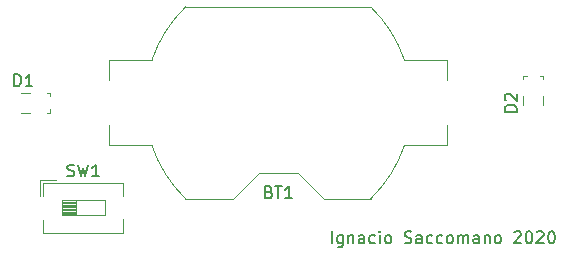
<source format=gbr>
%TF.GenerationSoftware,KiCad,Pcbnew,(5.1.7)-1*%
%TF.CreationDate,2020-12-06T23:47:07-03:00*%
%TF.ProjectId,Emisor,456d6973-6f72-42e6-9b69-6361645f7063,rev?*%
%TF.SameCoordinates,Original*%
%TF.FileFunction,Legend,Top*%
%TF.FilePolarity,Positive*%
%FSLAX46Y46*%
G04 Gerber Fmt 4.6, Leading zero omitted, Abs format (unit mm)*
G04 Created by KiCad (PCBNEW (5.1.7)-1) date 2020-12-06 23:47:07*
%MOMM*%
%LPD*%
G01*
G04 APERTURE LIST*
%ADD10C,0.150000*%
%ADD11C,0.120000*%
G04 APERTURE END LIST*
D10*
X101085238Y-83002380D02*
X101085238Y-82002380D01*
X101990000Y-82335714D02*
X101990000Y-83145238D01*
X101942380Y-83240476D01*
X101894761Y-83288095D01*
X101799523Y-83335714D01*
X101656666Y-83335714D01*
X101561428Y-83288095D01*
X101990000Y-82954761D02*
X101894761Y-83002380D01*
X101704285Y-83002380D01*
X101609047Y-82954761D01*
X101561428Y-82907142D01*
X101513809Y-82811904D01*
X101513809Y-82526190D01*
X101561428Y-82430952D01*
X101609047Y-82383333D01*
X101704285Y-82335714D01*
X101894761Y-82335714D01*
X101990000Y-82383333D01*
X102466190Y-82335714D02*
X102466190Y-83002380D01*
X102466190Y-82430952D02*
X102513809Y-82383333D01*
X102609047Y-82335714D01*
X102751904Y-82335714D01*
X102847142Y-82383333D01*
X102894761Y-82478571D01*
X102894761Y-83002380D01*
X103799523Y-83002380D02*
X103799523Y-82478571D01*
X103751904Y-82383333D01*
X103656666Y-82335714D01*
X103466190Y-82335714D01*
X103370952Y-82383333D01*
X103799523Y-82954761D02*
X103704285Y-83002380D01*
X103466190Y-83002380D01*
X103370952Y-82954761D01*
X103323333Y-82859523D01*
X103323333Y-82764285D01*
X103370952Y-82669047D01*
X103466190Y-82621428D01*
X103704285Y-82621428D01*
X103799523Y-82573809D01*
X104704285Y-82954761D02*
X104609047Y-83002380D01*
X104418571Y-83002380D01*
X104323333Y-82954761D01*
X104275714Y-82907142D01*
X104228095Y-82811904D01*
X104228095Y-82526190D01*
X104275714Y-82430952D01*
X104323333Y-82383333D01*
X104418571Y-82335714D01*
X104609047Y-82335714D01*
X104704285Y-82383333D01*
X105132857Y-83002380D02*
X105132857Y-82335714D01*
X105132857Y-82002380D02*
X105085238Y-82050000D01*
X105132857Y-82097619D01*
X105180476Y-82050000D01*
X105132857Y-82002380D01*
X105132857Y-82097619D01*
X105751904Y-83002380D02*
X105656666Y-82954761D01*
X105609047Y-82907142D01*
X105561428Y-82811904D01*
X105561428Y-82526190D01*
X105609047Y-82430952D01*
X105656666Y-82383333D01*
X105751904Y-82335714D01*
X105894761Y-82335714D01*
X105990000Y-82383333D01*
X106037619Y-82430952D01*
X106085238Y-82526190D01*
X106085238Y-82811904D01*
X106037619Y-82907142D01*
X105990000Y-82954761D01*
X105894761Y-83002380D01*
X105751904Y-83002380D01*
X107228095Y-82954761D02*
X107370952Y-83002380D01*
X107609047Y-83002380D01*
X107704285Y-82954761D01*
X107751904Y-82907142D01*
X107799523Y-82811904D01*
X107799523Y-82716666D01*
X107751904Y-82621428D01*
X107704285Y-82573809D01*
X107609047Y-82526190D01*
X107418571Y-82478571D01*
X107323333Y-82430952D01*
X107275714Y-82383333D01*
X107228095Y-82288095D01*
X107228095Y-82192857D01*
X107275714Y-82097619D01*
X107323333Y-82050000D01*
X107418571Y-82002380D01*
X107656666Y-82002380D01*
X107799523Y-82050000D01*
X108656666Y-83002380D02*
X108656666Y-82478571D01*
X108609047Y-82383333D01*
X108513809Y-82335714D01*
X108323333Y-82335714D01*
X108228095Y-82383333D01*
X108656666Y-82954761D02*
X108561428Y-83002380D01*
X108323333Y-83002380D01*
X108228095Y-82954761D01*
X108180476Y-82859523D01*
X108180476Y-82764285D01*
X108228095Y-82669047D01*
X108323333Y-82621428D01*
X108561428Y-82621428D01*
X108656666Y-82573809D01*
X109561428Y-82954761D02*
X109466190Y-83002380D01*
X109275714Y-83002380D01*
X109180476Y-82954761D01*
X109132857Y-82907142D01*
X109085238Y-82811904D01*
X109085238Y-82526190D01*
X109132857Y-82430952D01*
X109180476Y-82383333D01*
X109275714Y-82335714D01*
X109466190Y-82335714D01*
X109561428Y-82383333D01*
X110418571Y-82954761D02*
X110323333Y-83002380D01*
X110132857Y-83002380D01*
X110037619Y-82954761D01*
X109990000Y-82907142D01*
X109942380Y-82811904D01*
X109942380Y-82526190D01*
X109990000Y-82430952D01*
X110037619Y-82383333D01*
X110132857Y-82335714D01*
X110323333Y-82335714D01*
X110418571Y-82383333D01*
X110990000Y-83002380D02*
X110894761Y-82954761D01*
X110847142Y-82907142D01*
X110799523Y-82811904D01*
X110799523Y-82526190D01*
X110847142Y-82430952D01*
X110894761Y-82383333D01*
X110990000Y-82335714D01*
X111132857Y-82335714D01*
X111228095Y-82383333D01*
X111275714Y-82430952D01*
X111323333Y-82526190D01*
X111323333Y-82811904D01*
X111275714Y-82907142D01*
X111228095Y-82954761D01*
X111132857Y-83002380D01*
X110990000Y-83002380D01*
X111751904Y-83002380D02*
X111751904Y-82335714D01*
X111751904Y-82430952D02*
X111799523Y-82383333D01*
X111894761Y-82335714D01*
X112037619Y-82335714D01*
X112132857Y-82383333D01*
X112180476Y-82478571D01*
X112180476Y-83002380D01*
X112180476Y-82478571D02*
X112228095Y-82383333D01*
X112323333Y-82335714D01*
X112466190Y-82335714D01*
X112561428Y-82383333D01*
X112609047Y-82478571D01*
X112609047Y-83002380D01*
X113513809Y-83002380D02*
X113513809Y-82478571D01*
X113466190Y-82383333D01*
X113370952Y-82335714D01*
X113180476Y-82335714D01*
X113085238Y-82383333D01*
X113513809Y-82954761D02*
X113418571Y-83002380D01*
X113180476Y-83002380D01*
X113085238Y-82954761D01*
X113037619Y-82859523D01*
X113037619Y-82764285D01*
X113085238Y-82669047D01*
X113180476Y-82621428D01*
X113418571Y-82621428D01*
X113513809Y-82573809D01*
X113990000Y-82335714D02*
X113990000Y-83002380D01*
X113990000Y-82430952D02*
X114037619Y-82383333D01*
X114132857Y-82335714D01*
X114275714Y-82335714D01*
X114370952Y-82383333D01*
X114418571Y-82478571D01*
X114418571Y-83002380D01*
X115037619Y-83002380D02*
X114942380Y-82954761D01*
X114894761Y-82907142D01*
X114847142Y-82811904D01*
X114847142Y-82526190D01*
X114894761Y-82430952D01*
X114942380Y-82383333D01*
X115037619Y-82335714D01*
X115180476Y-82335714D01*
X115275714Y-82383333D01*
X115323333Y-82430952D01*
X115370952Y-82526190D01*
X115370952Y-82811904D01*
X115323333Y-82907142D01*
X115275714Y-82954761D01*
X115180476Y-83002380D01*
X115037619Y-83002380D01*
X116513809Y-82097619D02*
X116561428Y-82050000D01*
X116656666Y-82002380D01*
X116894761Y-82002380D01*
X116990000Y-82050000D01*
X117037619Y-82097619D01*
X117085238Y-82192857D01*
X117085238Y-82288095D01*
X117037619Y-82430952D01*
X116466190Y-83002380D01*
X117085238Y-83002380D01*
X117704285Y-82002380D02*
X117799523Y-82002380D01*
X117894761Y-82050000D01*
X117942380Y-82097619D01*
X117990000Y-82192857D01*
X118037619Y-82383333D01*
X118037619Y-82621428D01*
X117990000Y-82811904D01*
X117942380Y-82907142D01*
X117894761Y-82954761D01*
X117799523Y-83002380D01*
X117704285Y-83002380D01*
X117609047Y-82954761D01*
X117561428Y-82907142D01*
X117513809Y-82811904D01*
X117466190Y-82621428D01*
X117466190Y-82383333D01*
X117513809Y-82192857D01*
X117561428Y-82097619D01*
X117609047Y-82050000D01*
X117704285Y-82002380D01*
X118418571Y-82097619D02*
X118466190Y-82050000D01*
X118561428Y-82002380D01*
X118799523Y-82002380D01*
X118894761Y-82050000D01*
X118942380Y-82097619D01*
X118990000Y-82192857D01*
X118990000Y-82288095D01*
X118942380Y-82430952D01*
X118370952Y-83002380D01*
X118990000Y-83002380D01*
X119609047Y-82002380D02*
X119704285Y-82002380D01*
X119799523Y-82050000D01*
X119847142Y-82097619D01*
X119894761Y-82192857D01*
X119942380Y-82383333D01*
X119942380Y-82621428D01*
X119894761Y-82811904D01*
X119847142Y-82907142D01*
X119799523Y-82954761D01*
X119704285Y-83002380D01*
X119609047Y-83002380D01*
X119513809Y-82954761D01*
X119466190Y-82907142D01*
X119418571Y-82811904D01*
X119370952Y-82621428D01*
X119370952Y-82383333D01*
X119418571Y-82192857D01*
X119466190Y-82097619D01*
X119513809Y-82050000D01*
X119609047Y-82002380D01*
D11*
%TO.C,D2*%
X117249000Y-71310000D02*
X117249000Y-70579000D01*
X117249000Y-69120000D02*
X117249000Y-68810000D01*
X118971000Y-71310000D02*
X118971000Y-70579000D01*
X118971000Y-69120000D02*
X118971000Y-68810000D01*
X117249000Y-68810000D02*
X117555000Y-68810000D01*
X118665000Y-68810000D02*
X118971000Y-68810000D01*
%TO.C,BT1*%
X82210000Y-67510000D02*
X85828000Y-67510000D01*
X82210000Y-69220000D02*
X82210000Y-67510000D01*
X88672700Y-63010000D02*
X104367300Y-63010000D01*
X110830000Y-69220000D02*
X110830000Y-67510000D01*
X107212000Y-67510000D02*
X110830000Y-67510000D01*
X110830000Y-74730000D02*
X107212000Y-74730000D01*
X110830000Y-73020000D02*
X110830000Y-74730000D01*
X104367300Y-79230000D02*
X100380000Y-79230000D01*
X98180000Y-77030000D02*
X100380000Y-79230000D01*
X98180000Y-77030000D02*
X94860000Y-77030000D01*
X94860000Y-77030000D02*
X92660000Y-79230000D01*
X92660000Y-79230000D02*
X88672700Y-79230000D01*
X85828000Y-74730000D02*
X82210000Y-74730000D01*
X82210000Y-73020000D02*
X82210000Y-74730000D01*
X88674630Y-79231789D02*
G75*
G02*
X85828000Y-74730000I7845370J8111789D01*
G01*
X104365370Y-63008211D02*
G75*
G02*
X107212000Y-67510000I-7845370J-8111789D01*
G01*
X104365370Y-79231789D02*
G75*
G03*
X107212000Y-74730000I-7845370J8111789D01*
G01*
X88674630Y-63008211D02*
G75*
G03*
X85828000Y-67510000I7845370J-8111789D01*
G01*
%TO.C,D1*%
X74740000Y-70259000D02*
X75471000Y-70259000D01*
X76930000Y-70259000D02*
X77240000Y-70259000D01*
X74740000Y-71981000D02*
X75471000Y-71981000D01*
X76930000Y-71981000D02*
X77240000Y-71981000D01*
X77240000Y-70259000D02*
X77240000Y-70565000D01*
X77240000Y-71675000D02*
X77240000Y-71981000D01*
%TO.C,SW1*%
X76600000Y-77900000D02*
X83421000Y-77900000D01*
X76600000Y-82120000D02*
X83421000Y-82120000D01*
X76600000Y-77900000D02*
X76600000Y-78970000D01*
X76600000Y-81050000D02*
X76600000Y-82120000D01*
X83421000Y-77900000D02*
X83421000Y-79020000D01*
X83421000Y-81000000D02*
X83421000Y-82120000D01*
X76360000Y-77660000D02*
X77743000Y-77660000D01*
X76360000Y-77660000D02*
X76360000Y-78970000D01*
X78200000Y-79375000D02*
X78200000Y-80645000D01*
X78200000Y-80645000D02*
X81820000Y-80645000D01*
X81820000Y-80645000D02*
X81820000Y-79375000D01*
X81820000Y-79375000D02*
X78200000Y-79375000D01*
X78200000Y-79495000D02*
X79406667Y-79495000D01*
X78200000Y-79615000D02*
X79406667Y-79615000D01*
X78200000Y-79735000D02*
X79406667Y-79735000D01*
X78200000Y-79855000D02*
X79406667Y-79855000D01*
X78200000Y-79975000D02*
X79406667Y-79975000D01*
X78200000Y-80095000D02*
X79406667Y-80095000D01*
X78200000Y-80215000D02*
X79406667Y-80215000D01*
X78200000Y-80335000D02*
X79406667Y-80335000D01*
X78200000Y-80455000D02*
X79406667Y-80455000D01*
X78200000Y-80575000D02*
X79406667Y-80575000D01*
X79406667Y-79375000D02*
X79406667Y-80645000D01*
%TO.C,D2*%
D10*
X116702380Y-71858095D02*
X115702380Y-71858095D01*
X115702380Y-71620000D01*
X115750000Y-71477142D01*
X115845238Y-71381904D01*
X115940476Y-71334285D01*
X116130952Y-71286666D01*
X116273809Y-71286666D01*
X116464285Y-71334285D01*
X116559523Y-71381904D01*
X116654761Y-71477142D01*
X116702380Y-71620000D01*
X116702380Y-71858095D01*
X115797619Y-70905714D02*
X115750000Y-70858095D01*
X115702380Y-70762857D01*
X115702380Y-70524761D01*
X115750000Y-70429523D01*
X115797619Y-70381904D01*
X115892857Y-70334285D01*
X115988095Y-70334285D01*
X116130952Y-70381904D01*
X116702380Y-70953333D01*
X116702380Y-70334285D01*
%TO.C,BT1*%
X95734285Y-78668571D02*
X95877142Y-78716190D01*
X95924761Y-78763809D01*
X95972380Y-78859047D01*
X95972380Y-79001904D01*
X95924761Y-79097142D01*
X95877142Y-79144761D01*
X95781904Y-79192380D01*
X95400952Y-79192380D01*
X95400952Y-78192380D01*
X95734285Y-78192380D01*
X95829523Y-78240000D01*
X95877142Y-78287619D01*
X95924761Y-78382857D01*
X95924761Y-78478095D01*
X95877142Y-78573333D01*
X95829523Y-78620952D01*
X95734285Y-78668571D01*
X95400952Y-78668571D01*
X96258095Y-78192380D02*
X96829523Y-78192380D01*
X96543809Y-79192380D02*
X96543809Y-78192380D01*
X97686666Y-79192380D02*
X97115238Y-79192380D01*
X97400952Y-79192380D02*
X97400952Y-78192380D01*
X97305714Y-78335238D01*
X97210476Y-78430476D01*
X97115238Y-78478095D01*
%TO.C,D1*%
X74191904Y-69712380D02*
X74191904Y-68712380D01*
X74430000Y-68712380D01*
X74572857Y-68760000D01*
X74668095Y-68855238D01*
X74715714Y-68950476D01*
X74763333Y-69140952D01*
X74763333Y-69283809D01*
X74715714Y-69474285D01*
X74668095Y-69569523D01*
X74572857Y-69664761D01*
X74430000Y-69712380D01*
X74191904Y-69712380D01*
X75715714Y-69712380D02*
X75144285Y-69712380D01*
X75430000Y-69712380D02*
X75430000Y-68712380D01*
X75334761Y-68855238D01*
X75239523Y-68950476D01*
X75144285Y-68998095D01*
%TO.C,SW1*%
X78676666Y-77304761D02*
X78819523Y-77352380D01*
X79057619Y-77352380D01*
X79152857Y-77304761D01*
X79200476Y-77257142D01*
X79248095Y-77161904D01*
X79248095Y-77066666D01*
X79200476Y-76971428D01*
X79152857Y-76923809D01*
X79057619Y-76876190D01*
X78867142Y-76828571D01*
X78771904Y-76780952D01*
X78724285Y-76733333D01*
X78676666Y-76638095D01*
X78676666Y-76542857D01*
X78724285Y-76447619D01*
X78771904Y-76400000D01*
X78867142Y-76352380D01*
X79105238Y-76352380D01*
X79248095Y-76400000D01*
X79581428Y-76352380D02*
X79819523Y-77352380D01*
X80010000Y-76638095D01*
X80200476Y-77352380D01*
X80438571Y-76352380D01*
X81343333Y-77352380D02*
X80771904Y-77352380D01*
X81057619Y-77352380D02*
X81057619Y-76352380D01*
X80962380Y-76495238D01*
X80867142Y-76590476D01*
X80771904Y-76638095D01*
%TD*%
M02*

</source>
